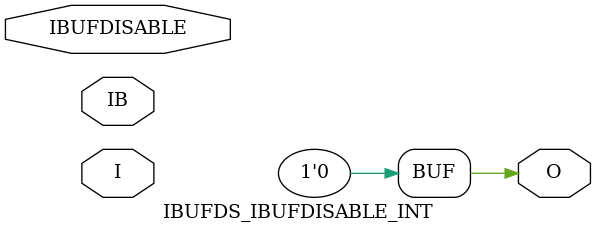
<source format=v>
module IBUFDS_IBUFDISABLE_INT(	// file.cleaned.mlir:2:3
  input  I,	// file.cleaned.mlir:2:40
         IB,	// file.cleaned.mlir:2:52
         IBUFDISABLE,	// file.cleaned.mlir:2:65
  output O	// file.cleaned.mlir:2:88
);

  assign O = 1'h0;	// file.cleaned.mlir:3:14, :4:5
endmodule


</source>
